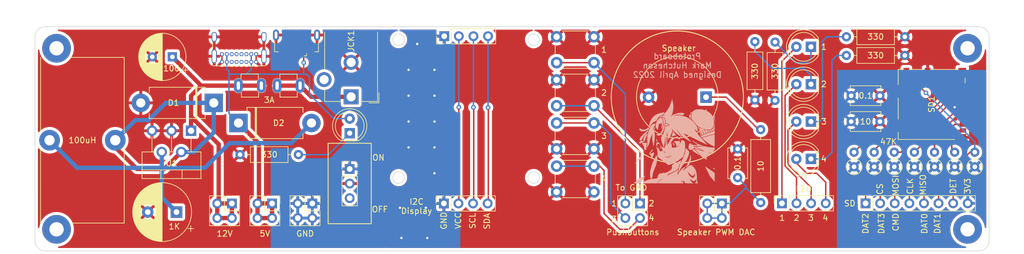
<source format=kicad_pcb>
(kicad_pcb (version 20211014) (generator pcbnew)
  (layers (0 "F.Cu" signal) (31 "B.Cu" signal) (34 "B.Paste" user) (35 "F.Paste" user) (36 "B.SilkS" user "B.Silkscreen") (37 "F.SilkS" user "F.Silkscreen") (38 "B.Mask" user) (39 "F.Mask" user) (44 "Edge.Cuts" user))
  (net 0 "")
  (net 1 "/3V3")
  (net 2 "/GND")
  (net 3 "/SD_DAT2")
  (net 4 "/SD_CS")
  (net 5 "/SD_MOSI")
  (net 6 "/SD_CLK")
  (net 7 "/SD_MISO")
  (net 8 "/SD_DAT1")
  (net 9 "/SD_DET")
  (net 10 "Net-(D1-Pad1)")
  (net 11 "Net-(J2-Pad2)")
  (net 12 "Net-(J2-Pad3)")
  (net 13 "Net-(J2-Pad4)")
  (net 14 "Net-(J2-Pad1)")
  (net 15 "Net-(F1-Pad1)")
  (net 16 "Net-(J4-Pad1)")
  (net 17 "Net-(J4-Pad3)")
  (net 18 "/SPKR_PWM")
  (net 19 "/SPKR_+")
  (net 20 "Net-(J4-Pad4)")
  (net 21 "Net-(J4-Pad2)")
  (net 22 "Net-(LED1-Pad1)")
  (net 23 "Net-(LED2-Pad1)")
  (net 24 "/DISP_VCC")
  (net 25 "/DISP_SCL")
  (net 26 "/DISP_SDA")
  (net 38 "/12V")
  (net 40 "Net-(LED3-Pad1)")
  (net 41 "/GND_SWITCHED")
  (net 42 "/5V")
  (net 44 "Net-(L1-Pad2)")
  (net 45 "Net-(LED4-Pad1)")
  (net 46 "Net-(LED5-Pad1)")
  (footprint "Button_Switch_THT:SW_PUSH_6mm_H7.3mm" (layer "F.Cu") (at 151.5 92.5)
    (fp_text reference "SW4" hide)
    (fp_text value "SW_DIP_x01")
  )
  (footprint "Resistor_THT:R_Axial_DIN0207_L6.3mm_D2.5mm_P2.54mm_Vertical" (layer "F.Cu") (at 203.25 100.12 90)
    (fp_text reference "R1" hide)
    (fp_text value "47K")
  )
  (footprint "Connector_PinSocket_2.54mm:PinSocket_1x04_P2.54mm_Vertical" (layer "F.Cu") (at 190.7 106.475 90)
    (fp_text reference "J2" hide)
    (fp_text value "Conn_01x04")
  )
  (footprint "Button_Switch_THT:SW_PUSH_6mm_H7.3mm" (layer "F.Cu") (at 151.5 77.5)
    (fp_text reference "SW2" hide)
    (fp_text value "SW_DIP_x01")
  )
  (footprint "Resistor_THT:R_Axial_DIN0207_L6.3mm_D2.5mm_P10.16mm_Horizontal" (layer "F.Cu") (at 189.5 88.58 90)
    (fp_text reference "R8" hide)
    (fp_text value "330")
  )
  (footprint "Connector_USB:USB_Micro-B_GCT_USB3076-30-A" (layer "F.Cu") (at 106.25 78.4 180)
    (fp_text reference "J8" hide)
    (fp_text value "USB_B_Micro")
  )
  (footprint "Connector_USB:USB_C_Receptacle_GCT_USB4085" (layer "F.Cu") (at 99.225 81.875 180)
    (fp_text reference "J7" hide)
    (fp_text value "USB_C_Receptacle")
  )
  (footprint "LED_THT:LED_D5.0mm" (layer "F.Cu") (at 195.75 85.75 180)
    (fp_text reference "LED2" hide)
    (fp_text value "LED")
  )
  (footprint "Connector_PinSocket_2.54mm:PinSocket_2x02_P2.54mm_Vertical" (layer "F.Cu") (at 166 106.5)
    (fp_text reference "J4" hide)
    (fp_text value "Conn_02x02_Counter_Clockwise")
  )
  (footprint "Capacitor_THT:CP_Radial_D8.0mm_P3.50mm" (layer "F.Cu") (at 84.652651 81 180)
    (fp_text reference "C4" hide)
    (fp_text value "100uF")
  )
  (footprint "Resistor_THT:R_Axial_DIN0207_L6.3mm_D2.5mm_P2.54mm_Vertical" (layer "F.Cu") (at 206.75 100.12 90)
    (fp_text reference "R2" hide)
    (fp_text value "47K")
  )
  (footprint "Diode_THT:D_DO-201AD_P12.70mm_Horizontal" (layer "F.Cu") (at 96.15 92.5)
    (fp_text reference "D2")
    (fp_text value "1N5822")
  )
  (footprint "MountingHole:MountingHole_2.5mm_Pad" (layer "F.Cu") (at 223 79.5)
    (fp_text reference "REF**" hide)
    (fp_text value "MountingHole_2.5mm_Pad")
  )
  (footprint "Connector_PinHeader_2.54mm:PinHeader_1x03_P2.54mm_Vertical" (layer "F.Cu") (at 115.5 100.5)
    (fp_text reference "SW5" hide)
    (fp_text value "SW_SPDT")
  )
  (footprint "Capacitor_THT:C_Disc_D5.1mm_W3.2mm_P5.00mm" (layer "F.Cu") (at 202.75 92.25)
    (fp_text reference "C1" hide)
    (fp_text value "10uF")
  )
  (footprint "MountingHole:MountingHole_2.5mm_Pad" (layer "F.Cu") (at 64.5 79.5)
    (fp_text reference "REF**" hide)
    (fp_text value "MountingHole_2.5mm_Pad")
  )
  (footprint "Resistor_THT:R_Axial_DIN0207_L6.3mm_D2.5mm_P10.16mm_Horizontal" (layer "F.Cu") (at 96.42 98)
    (fp_text reference "R13" hide)
    (fp_text value "330")
  )
  (footprint "Resistor_THT:R_Axial_DIN0207_L6.3mm_D2.5mm_P2.54mm_Vertical" (layer "F.Cu") (at 224.25 100.12 90)
    (fp_text reference "R7" hide)
    (fp_text value "47K")
  )
  (footprint "Button_Switch_THT:SW_PUSH_6mm_H7.3mm" (layer "F.Cu") (at 151.5 100)
    (fp_text reference "SW3" hide)
    (fp_text value "SW_DIP_x01")
  )
  (footprint "LED_THT:LED_D5.0mm" (layer "F.Cu") (at 195.75 92.25 180)
    (fp_text reference "LED3" hide)
    (fp_text value "LED")
  )
  (footprint "Connector_Card:microSD_HC_Molex_104031-0811" (layer "F.Cu") (at 216.75 89.25 -90)
    (fp_text reference "SD1")
    (fp_text value "Micro_SD_Card")
  )
  (footprint "Package_TO_SOT_THT:TO-220-5_P3.4x3.7mm_StaggerOdd_Lead3.8mm_Vertical" (layer "F.Cu") (at 87.9 93.85 180)
    (fp_text reference "U1")
    (fp_text value "LM2576T-5")
  )
  (footprint "Buzzer_Beeper:Buzzer_D14mm_H7mm_P10mm" (layer "F.Cu") (at 177.5 88 180)
    (fp_text reference "LS1" hide)
    (fp_text value "Speaker")
  )
  (footprint "MountingHole:MountingHole_2.5mm_Pad" (layer "F.Cu") (at 223 111)
    (fp_text reference "REF**" hide)
    (fp_text value "MountingHole_2.5mm_Pad")
  )
  (footprint "Connector_PinSocket_2.54mm:PinSocket_2x02_P2.54mm_Vertical" (layer "F.Cu") (at 95 106.5)
    (fp_text reference "J9" hide)
    (fp_text value "12V")
  )
  (footprint "Resistor_THT:R_Axial_DIN0207_L6.3mm_D2.5mm_P2.54mm_Vertical" (layer "F.Cu") (at 213.75 100.12 90)
    (fp_text reference "R4" hide)
    (fp_text value "47K")
  )
  (footprint "Connector_PinSocket_2.54mm:PinSocket_2x02_P2.54mm_Vertical" (layer "F.Cu") (at 102 106.5)
    (fp_text reference "J10" hide)
    (fp_text value "5V")
  )
  (footprint "Resistor_THT:R_Axial_DIN0207_L6.3mm_D2.5mm_P2.54mm_Vertical" (layer "F.Cu") (at 220.75 100.12 90)
    (fp_text reference "R6" hide)
    (fp_text value "47K")
  )
  (footprint "Diode_THT:D_DO-201AD_P12.70mm_Horizontal" (layer "F.Cu") (at 91.85 89 180)
    (fp_text reference "D1")
    (fp_text value "1N5822")
  )
  (footprint "Connector_PinSocket_2.54mm:PinSocket_2x02_P2.54mm_Vertical" (layer "F.Cu") (at 180.25 106.5)
    (fp_text reference "J3" hide)
    (fp_text value "Conn_02x02_Counter_Clockwise")
  )
  (footprint "Resistor_THT:R_Axial_DIN0207_L6.3mm_D2.5mm_P10.16mm_Horizontal" (layer "F.Cu") (at 186 88.5 90)
    (fp_text reference "R9" hide)
    (fp_text value "330")
  )
  (footprint "Resistor_THT:R_Axial_DIN0207_L6.3mm_D2.5mm_P2.54mm_Vertical" (layer "F.Cu") (at 217.25 100.12 90)
    (fp_text reference "R5" hide)
    (fp_text value "47K")
  )
  (footprint "Connector_PinSocket_2.54mm:PinSocket_1x04_P2.54mm_Vertical" (layer "F.Cu") (at 131.88 106.5 90)
    (fp_text reference "J6" hide)
    (fp_text value "Conn_01x04")
  )
  (footprint "LED_THT:LED_D5.0mm" (layer "F.Cu") (at 195.75 79.25 180)
    (fp_text reference "LED1" hide)
    (fp_text value "LED")
  )
  (footprint "Connector_PinSocket_2.54mm:PinSocket_1x08_P2.54mm_Vertical" (layer "F.Cu") (at 205.25 106.475 90)
    (fp_text reference "J1" hide)
    (fp_text value "SD_PINS")
  )
  (footprint "Library:FuseHolder_3.5x9.75mm" (layer "F.Cu") (at 101.5 86 180)
    (fp_text reference "F1" hide)
    (fp_text value "3A")
  )
  (footprint "Resistor_THT:R_Axial_DIN0207_L6.3mm_D2.5mm_P10.16mm_Horizontal" (layer "F.Cu") (at 212.08 77.5 180)
    (fp_text reference "R10" hide)
    (fp_text value "330")
  )
  (footprint "Resistor_THT:R_Axial_DIN0207_L6.3mm_D2.5mm_P2.54mm_Vertical" (layer "F.Cu") (at 210.25 100.12 90)
    (fp_text reference "R3" hide)
    (fp_text value "47K")
  )
  (footprint "MountingHole:MountingHole_2.5mm_Pad" (layer "F.Cu") (at 64.5 111)
    (fp_text reference "REF**" hide)
    (fp_text value "MountingHole_2.5mm_Pad")
  )
  (footprint "LED_THT:LED_D5.0mm" (layer "F.Cu") (at 195.75 98.75 180)
    (fp_text reference "LED4" hide)
    (fp_text value "LED")
  )
  (footprint "Button_Switch_THT:SW_PUSH_6mm_H7.3mm" (layer "F.Cu") (at 151.5 85)
    (fp_text reference "SW1" hide)
    (fp_text value "SW_DIP_x01")
  )
  (footprint "Inductor_THT:L_Toroid_Vertical_L28.6mm_W14.3mm_P11.43mm_Bourns_5700" (layer "F.Cu") (at 74.715 95.5 -90)
    (fp_text reference "L1" hide)
    (fp_text value "100uH")
  )
  (footprint "Capacitor_THT:C_Disc_D5.1mm_W3.2mm_P5.00mm" (layer "F.Cu") (at 183 102 90)
    (fp_text reference "C3" hide)
    (fp_text value "0.1uF")
  )
  (footprint "LED_THT:LED_D5.0mm" (layer "F.Cu") (at 115.5 94.275 90)
    (fp_text reference "LED5" hide)
    (fp_text value "LED")
  )
  (footprint "Connector_PinHeader_2.54mm:PinHeader_1x04_P2.54mm_Vertical" (layer "F.Cu") (at 131.95 77.4 90)
    (fp_text reference "J5" hide)
    (fp_text value "Conn_01x04")
  )
  (footprint "Resistor_THT:R_Axial_DIN0309_L9.0mm_D3.2mm_P12.70mm_Horizontal" (layer "F.Cu") (at 187 106.35 90)
    (fp_text reference "R12" hide)
    (fp_text value "10K")
  )
  (footprint "Connector_PinSocket_2.54mm:PinSocket_2x02_P2.54mm_Vertical" (layer "F.Cu") (at 109 106.5)
    (fp_text reference "J11" hide)
    (fp_text value "GND")
  )
  (footprint "Connector_BarrelJack:BarrelJack_CUI_PJ-102AH_Horizontal" (layer "F.Cu") (at 115.75 87.95 180)
    (fp_text reference "JCK1")
    (fp_text value "Barrel_Jack_Switch")
  )
  (footprint "Capacitor_THT:CP_Radial_D10.0mm_P5.00mm" (layer "F.Cu") (at 85.367677 108 180)
    (fp_text reference "C5" hide)
    (fp_text value "1000uF")
  )
  (footprint "Resistor_THT:R_Axial_DIN0207_L6.3mm_D2.5mm_P10.16mm_Horizontal" (layer "F.Cu") (at 212.08 80.75 180)
    (fp_text reference "R11" hide)
    (fp_text value "330")
  )
  (footprint "Capacitor_THT:C_Disc_D5.1mm_W3.2mm_P5.00mm" (layer "F.Cu") (at 202.75 87.75)
    (fp_text reference "C2" hide)
    (fp_text value "0.1uF")
  )
  (footprint "LOGO" (layer "B.Cu") (at 171.5 95.5 180)
    (fp_text reference "G***" hide)
    (fp_text value "LOGO" hide)
  )
  (gr_rect (start 111.75 96.025) (end 119.25 110.025) (layer "F.SilkS") (width 0.15) (fill none))
  (gr_circle (center 172.5 88) (end 184 88) (layer "F.SilkS") (width 0.15) (fill none))
  (gr_arc (start 60.75 77.5) (mid 61.262563 76.262563) (end 62.5 75.75) (layer "Edge.Cuts") (width 0.1))
  (gr_arc (start 226.75 113) (mid 226.237437 114.237437) (end 225 114.75) (layer "Edge.Cuts") (width 0.1))
  (gr_circle (center 124 78) (end 125 78) (layer "Edge.Cuts") (width 0.1) (fill none))
  (gr_circle (center 147.5 102) (end 148.5 102) (layer "Edge.Cuts") (width 0.1) (fill none))
  (gr_arc (start 225 75.75) (mid 226.237437 76.262563) (end 226.75 77.5) (layer "Edge.Cuts") (width 0.1))
  (gr_circle (center 124 102) (end 125 102) (layer "Edge.Cuts") (width 0.1) (fill none))
  (gr_arc (start 62.5 114.75) (mid 61.262563 114.237437) (end 60.75 113) (layer "Edge.Cuts") (width 0.1))
  (gr_line (start 62.5 114.75) (end 225 114.75) (layer "Edge.Cuts") (width 0.1))
  (gr_circle (center 147.5 78) (end 148.5 78) (layer "Edge.Cuts") (width 0.1) (fill none))
  (gr_line (start 226.75 113) (end 226.75 77.5) (layer "Edge.Cuts") (width 0.1))
  (gr_line (start 225 75.75) (end 62.5 75.75) (layer "Edge.Cuts") (width 0.1))
  (gr_line (start 60.75 77.5) (end 60.75 113) (layer "Edge.Cuts") (width 0.1))
  (gr_text "Protoboard\nMark Hutcheson\nDesigned April 2022" (at 172.5 82.5) (layer "B.SilkS") (effects (font (size 1 1)) (justify mirror)))
  (gr_text "LED" (at 194.5 104) (layer "F.SilkS") (effects (font (size 1 1))))
  (gr_text "1K" (at 85 110.5) (layer "F.SilkS") (effects (font (size 1 1))))
  (gr_text "VCC" (at 134.38 109.5 90) (layer "F.SilkS") (effects (font (size 1 1))))
  (gr_text "12V" (at 93.75 111.75) (layer "F.SilkS") (effects (font (size 1 1))))
  (gr_text "OFF" (at 120.75 107.525) (layer "F.SilkS") (effects (font (size 1 1))))
  (gr_text "1" (at 190.75 109) (layer "F.SilkS") (effects (font (size 1 1))))
  (gr_text "10" (at 205.25 92.25) (layer "F.SilkS") (effects (font (size 1 1))))
  (gr_text "1" (at 161.5 106.5) (layer "F.SilkS") (effects (font (size 1 1))))
  (gr_text "4" (at 198.25 109) (layer "F.SilkS") (effects (font (size 1 1))))
  (gr_text "CLK" (at 213 103.5 90) (layer "F.SilkS") (effects (font (size 1 1))))
  (gr_text "4" (at 168 109) (layer "F.SilkS") (effects (font (size 1 1))))
  (gr_text "CS\n" (at 207.75 104 90) (layer "F.SilkS") (effects (font (size 1 1))))
  (gr_text "DAT2" (at 205.25 110 90) (layer "F.SilkS") (effects (font (size 1 1))))
  (gr_text "330" (at 186 83.5 90) (layer "F.SilkS") (effects (font (size 1 1))))
  (gr_text "DAT0" (at 215.5 110 90) (layer "F.SilkS") (effects (font (size 1 1))))
  (gr_text "330" (at 207 77.5) (layer "F.SilkS") (effects (font (size 1 1))))
  (gr_text "ON" (at 120.5 98.525) (layer "F.SilkS") (effects (font (size 1 1))))
  (gr_text "330" (at 189.5 83.5 90) (layer "F.SilkS") (effects (font (size 1 1))))
  (gr_text "3A" (at 101.5 88.5) (layer "F.SilkS") (effects (font (size 1 1))))
  (gr_text "I2C\nDisplay" (at 127.13 107) (layer "F.SilkS") (effects (font (size 1 1))))
  (gr_text "2" (at 168 106.5) (layer "F.SilkS") (effects (font (size 1 1))))
  (gr_text "GND" (at 131.88 109.5 90) (layer "F.SilkS") (effects (font (size 1 1))))
  (gr_text "To GND" (at 164.5 103.75) (layer "F.SilkS") (effects (font (size 1 1))))
  (gr_text "GND" (at 107.75 111.75) (layer "F.SilkS") (effects (font (size 1 1))))
  (gr_text "SD" (at 202.5 106.5) (layer "F.SilkS") (effects (font (size 1 1))))
  (gr_text "3" (at 161.5 109.25) (layer "F.SilkS") (effects (font (size 1 1))))
  (gr_text "4" (at 159.75 102.25) (layer "F.SilkS") (effects (font (size 1 1))))
  (gr_text "330" (at 207 80.75) (layer "F.SilkS") (effects (font (size 1 1))))
  (gr_text "1" (at 198 79.25) (layer "F.SilkS") (effects (font (size 1 1))))
  (gr_text "4" (at 198 98.75) (layer "F.SilkS") (effects (font (size 1 1))))
  (gr_text "MISO\n" (at 215.25 103.25 90) (layer "F.SilkS") (effects (font (size 1 1))))
  (gr_text "Pushbuttons" (at 164.75 111.5) (layer "F.SilkS") (effects (font (size 1 1))))
  (gr_text "SDA" (at 139.38 109.6 90) (layer "F.SilkS") (effects (font (size 1 1))))
  (gr_text "1" (at 159.75 79.75) (layer "F.SilkS") (effects (font (size 1 1))))
  (gr_text "0.1" (at 205.25 87.75) (layer "F.SilkS") (effects (font (size 1 1))))
  (gr_text "Speaker PWM DAC" (at 179.25 111.5) (layer "F.SilkS") (effects (font (size 1 1))))
  (gr_text "DAT3" (at 208 110 90) (layer "F.SilkS") (effects (font (size 1 1))))
  (gr_text "5V" (at 100.75 111.75) (layer "F.SilkS") (effects (font (size 1 1))))
  (gr_text "DET" (at 220.5 103.5 90) (layer "F.SilkS") (effects (font (size 1 1))))
  (gr_text "10" (at 187 100 90) (layer "F.SilkS") (effects (font (size 1 1))))
  (gr_text "3V3" (at 223 103.5 90) (layer "F.SilkS") (effects (font (size 1 1))))
  (gr_text "330" (at 101.5 98) (layer "F.SilkS") (effects (font (size 1 1))))
  (gr_text "2" (at 159.75 87.25) (layer "F.SilkS") (effects (font (size 1 1))))
  (gr_text "47K" (at 209.25 95.75) (layer "F.SilkS") (effects (font (size 1 1))))
  (gr_text "Speaker" (at 172.75 79.5) (layer "F.SilkS") (effects (font (size 1 1))))
  (gr_text "100" (at 84.5 83) (layer "F.SilkS") (effects (font (size 1 1))))
  (gr_text "2" (at 198 85.75) (layer "F.SilkS") (effects (font (size 1 1))))
  (gr_text "SCL" (at 136.88 109.52 90) (layer "F.SilkS") (effects (font (size 1 1))))
  (gr_text "2" (at 193.25 109) (layer "F.SilkS") (effects (font (size 1 1))))
  (gr_text "3" (at 195.75 109) (layer "F.SilkS") (effects (font (size 1 1))))
  (gr_text "3" (at 198 92.25) (layer "F.SilkS") (effects (font (size 1 1))))
  (gr_text "0.1" (at 183 99.5 90) (layer "F.SilkS") (effects (font (size 1 1))))
  (gr_text "CMD" (at 210.5 109.75 90) (layer "F.SilkS") (effects (font (size 1 1))))
  (gr_text "3" (at 159.75 94.75) (layer "F.SilkS") (effects (font (size 1 1))))
  (gr_text "MOSI" (at 210.5 103.35 90) (layer "F.SilkS") (effects (font (size 1 1))))
  (gr_text "DAT1" (at 217.75 110 90) (layer "F.SilkS") (effects (font (size 1 1))))
  (segment (start 221.055 89.445) (end 220.75 89.75) (width 0.25) (layer "F.Cu") (net 1))
  (segment (start 222.2 89.445) (end 221.055 89.445) (width 0.25) (layer "F.Cu") (net 1))
  (via (at 220.75 89.75) (size 0.8) (drill 0.4) (layers "F.Cu" "B.Cu") (net 1))
  (via (at 124.5 112.5) (size 0.8) (drill 0.4) (layers "F.Cu" "B.Cu") (net 2))
  (via (at 125.75 87.75) (size 0.8) (drill 0.4) (layers "F.Cu" "B.Cu") (net 2))
  (via (at 127.25 78.75) (size 0.8) (drill 0.4) (layers "F.Cu" "B.Cu") (net 2))
  (via (at 124.25 107.25) (size 0.8) (drill 0.4) (layers "F.Cu" "B.Cu") (net 2))
  (via (at 130.25 101.25) (size 0.8) (drill 0.4) (layers "F.Cu" "B.Cu") (net 2))
  (via (at 125.75 96.75) (size 0.8) (drill 0.4) (layers "F.Cu" "B.Cu") (net 2))
  (via (at 125.75 83.25) (size 0.8) (drill 0.4) (layers "F.Cu" "B.Cu") (net 2))
  (via (at 128.75 107.25) (size 0.8) (drill 0.4) (layers "F.Cu" "B.Cu") (net 2))
  (via (at 129 112.5) (size 0.8) (drill 0.4) (layers "F.Cu" "B.Cu") (net 2))
  (via (at 130.25 83.25) (size 0.8) (drill 0.4) (layers "F.Cu" "B.Cu") (net 2))
  (via (at 130.25 87.75) (size 0.8) (drill 0.4) (layers "F.Cu" "B.Cu") (net 2))
  (via (at 130.25 96.75) (size 0.8) (drill 0.4) (layers "F.Cu" "B.Cu") (net 2))
  (via (at 130.25 92.25) (size 0.8) (drill 0.4) (layers "F.Cu" "B.Cu") (net 2))
  (via (at 125.75 92.25) (size 0.8) (drill 0.4) (layers "F.Cu" "B.Cu") (net 2))
  (segment (start 205.25 96.33) (end 205.25 106.475) (width 0.25) (layer "F.Cu") (net 3))
  (segment (start 204.875 95.955) (end 205.25 96.33) (width 0.25) (layer "F.Cu") (net 3))
  (segment (start 211.75 95.25) (end 205.58 95.25) (width 0.25) (layer "F.Cu") (net 3))
  (segment (start 205.58 95.25) (end 204.915 95.915) (width 0.25) (layer "F.Cu") (net 3))
  (segment (start 222.2 86.145) (end 220.855 86.145) (width 0.25) (layer "F.Cu") (net 3))
  (segment (start 204.915 95.915) (end 204.875 95.955) (width 0.25) (layer "F.Cu") (net 3))
  (segment (start 220.855 86.145) (end 211.75 95.25) (width 0.25) (layer "F.Cu") (net 3))
  (segment (start 204.915 95.915) (end 203.25 97.58) (width 0.25) (layer "F.Cu") (net 3))
  (segment (start 206.75 97.25) (end 206.75 97.58) (width 0.25) (layer "F.Cu") (net 4))
  (segment (start 220.755 87.245) (end 211.75 96.25) (width 0.25) (layer "F.Cu") (net 4))
  (segment (start 208.25 103.265) (end 207.79 103.725) (width 0.25) (layer "F.Cu") (net 4))
  (segment (start 211.75 96.25) (end 208.25 96.25) (width 0.25) (layer "F.Cu") (net 4))
  (segment (start 207.75 96.25) (end 206.75 97.25) (width 0.25) (layer "F.Cu") (net 4))
  (segment (start 222.2 87.245) (end 220.755 87.245) (width 0.25) (layer "F.Cu") (net 4))
  (segment (start 208.25 96.25) (end 207.75 96.25) (width 0.25) (layer "F.Cu") (net 4))
  (segment (start 208.25 96.25) (end 208.25 103.265) (width 0.25) (layer "F.Cu") (net 4))
  (segment (start 207.79 103.725) (end 207.79 106.475) (width 0.25) (layer "F.Cu") (net 4))
  (segment (start 211.75 97.25) (end 211.42 97.58) (width 0.25) (layer "F.Cu") (net 5))
  (segment (start 210.33 103.725) (end 210.33 106.475) (width 0.25) (layer "F.Cu") (net 5))
  (segment (start 211.75 97.25) (end 211.75 102.305) (width 0.25) (layer "F.Cu") (net 5))
  (segment (start 211.75 102.305) (end 210.33 103.725) (width 0.25) (layer "F.Cu") (net 5))
  (segment (start 211.42 97.58) (end 210.25 97.58) (width 0.25) (layer "F.Cu") (net 5))
  (segment (start 222.2 88.345) (end 220.655 88.345) (width 0.25) (layer "F.Cu") (net 5))
  (segment (start 220.655 88.345) (end 211.75 97.25) (width 0.25) (layer "F.Cu") (net 5))
  (segment (start 222.2 90.545) (end 220.785 90.545) (width 0.25) (layer "F.Cu") (net 6))
  (segment (start 215.165 96.165) (end 215.165 101.43) (width 0.25) (layer "F.Cu") (net 6))
  (segment (start 215.165 101.43) (end 212.87 103.725) (width 0.25) (layer "F.Cu") (net 6))
  (segment (start 215.165 96.165) (end 213.75 97.58) (width 0.25) (layer "F.Cu") (net 6))
  (segment (start 220.785 90.545) (end 215.165 96.165) (width 0.25) (layer "F.Cu") (net 6))
  (segment (start 212.87 103.725) (end 212.87 106.475) (width 0.25) (layer "F.Cu") (net 6))
  (segment (start 215.41 103.725) (end 215.41 106.475) (width 0.25) (layer "F.Cu") (net 7))
  (segment (start 215.75 103.385) (end 215.41 103.725) (width 0.25) (layer "F.Cu") (net 7))
  (segment (start 217.25 96.25) (end 216.25 96.25) (width 0.25) (layer "F.Cu") (net 7))
  (segment (start 216.25 96.25) (end 215.75 96.75) (width 0.25) (layer "F.Cu") (net 7))
  (segment (start 217.25 96.25) (end 217.25 97.58) (width 0.25) (layer "F.Cu") (net 7))
  (segment (start 222.2 92.745) (end 220.755 92.745) (width 0.25) (layer "F.Cu") (net 7))
  (segment (start 220.755 92.745) (end 217.25 96.25) (width 0.25) (layer "F.Cu") (net 7))
  (segment (start 215.75 96.75) (end 215.75 103.385) (width 0.25) (layer "F.Cu") (net 7))
  (segment (start 220.25 97.08) (end 220.75 97.58) (width 0.25) (layer "F.Cu") (net 8))
  (segment (start 220.705 93.795) (end 220.25 94.25) (width 0.25) (layer "F.Cu") (net 8))
  (segment (start 220.25 95.75) (end 219.25 96.75) (width 0.25) (layer "F.Cu") (net 8))
  (segment (start 222.2 93.795) (end 220.705 93.795) (width 0.25) (layer "F.Cu") (net 8))
  (segment (start 220.25 94.25) (end 220.25 95.75) (width 0.25) (layer "F.Cu") (net 8))
  (segment (start 217.95 103.55) (end 217.95 106.475) (width 0.25) (layer "F.Cu") (net 8))
  (segment (start 219.25 102.25) (end 217.95 103.55) (width 0.25) (layer "F.Cu") (net 8))
  (segment (start 220.25 95.75) (end 220.25 97.08) (width 0.25) (layer "F.Cu") (net 8))
  (segment (start 219.25 96.75) (end 219.25 102.25) (width 0.25) (layer "F.Cu") (net 8))
  (segment (start 212.35 83.51) (end 212.35 83.85) (width 0.25) (layer "F.Cu") (net 9))
  (segment (start 222.25 98.75) (end 222.25 101.75) (width 0.25) (layer "F.Cu") (net 9))
  (segment (start 224.25 97.58) (end 223.42 97.58) (width 0.25) (layer "F.Cu") (net 9))
  (segment (start 220.49 103.51) (end 220.49 106.475) (width 0.25) (layer "F.Cu") (net 9))
  (segment (start 222.25 101.75) (end 220.49 103.51) (width 0.25) (layer "F.Cu") (net 9))
  (segment (start 223.42 97.58) (end 222.25 98.75) (width 0.25) (layer "F.Cu") (net 9))
  (segment (start 212.35 83.85) (end 215.75 87.25) (width 0.25) (layer "F.Cu") (net 9))
  (via (at 215.75 87.25) (size 0.8) (drill 0.4) (layers "F.Cu" "B.Cu") (net 9))
  (segment (start 215.75 87.25) (end 224.25 95.75) (width 0.25) (layer "B.Cu") (net 9))
  (segment (start 224.25 95.75) (end 224.25 97.58) (width 0.25) (layer "B.Cu") (net 9))
  (segment (start 74.715 95.5) (end 74.715 96.715) (width 0.75) (layer "F.Cu") (net 10))
  (segment (start 78.5 100.5) (end 83.25 100.5) (width 0.75) (layer "F.Cu") (net 10))
  (segment (start 83.25 100.5) (end 86.2 97.55) (width 0.75) (layer "F.Cu") (net 10))
  (segment (start 74.715 96.715) (end 78.5 100.5) (width 0.75) (layer "F.Cu") (net 10))
  (segment (start 80.5 92) (end 83.5 89) (width 0.75) (layer "B.Cu") (net 10))
  (segment (start 91.85 94.15) (end 91.85 89) (width 0.75) (layer "B.Cu") (net 10))
  (segment (start 88.45 97.55) (end 91.85 94.15) (width 0.75) (layer "B.Cu") (net 10))
  (segment (start 74.715 95.5) (end 78.215 92) (width 0.75) (layer "B.Cu") (net 10))
  (segment (start 78.215 92) (end 80.5 92) (width 0.75) (layer "B.Cu") (net 10))
  (segment (start 83.5 89) (end 91.85 89) (width 0.75) (layer "B.Cu") (net 10))
  (segment (start 86.2 97.55) (end 88.45 97.55) (width 0.75) (layer "B.Cu") (net 10))
  (segment (start 193.21 85.75) (end 191.25 87.71) (width 0.25) (layer "F.Cu") (net 11))
  (segment (start 193.24 101.99) (end 193.24 106.475) (width 0.25) (layer "F.Cu") (net 11))
  (segment (start 191.25 100) (end 193.24 101.99) (width 0.25) (layer "F.Cu") (net 11))
  (segment (start 191.25 87.71) (end 191.25 100) (width 0.25) (layer "F.Cu") (net 11))
  (segment (start 195.78 103.725) (end 191.75 99.695) (width 0.25) (layer "F.Cu") (net 12))
  (segment (start 191.75 93.71) (end 193.21 92.25) (width 0.25) (layer "F.Cu") (net 12))
  (segment (start 195.78 103.725) (end 195.78 106.475) (width 0.25) (layer "F.Cu") (net 12))
  (segment (start 191.75 99.695) (end 191.75 93.71) (width 0.25) (layer "F.Cu") (net 12))
  (segment (start 198.32 102.82) (end 198.32 106.475) (width 0.25) (layer "F.Cu") (net 13))
  (segment (start 196.75 101.25) (end 198.32 102.82) (width 0.25) (layer "F.Cu") (net 13))
  (segment (start 193.21 98.75) (end 193.21 99.46) (width 0.25) (layer "F.Cu") (net 13))
  (segment (start 195 101.25) (end 196.75 101.25) (width 0.25) (layer "F.Cu") (net 13))
  (segment (start 193.21 99.46) (end 195 101.25) (width 0.25) (layer "F.Cu") (net 13))
  (segment (start 190.7 81.76) (end 190.7 106.475) (width 0.25) (layer "F.Cu") (net 14))
  (segment (start 193.21 79.25) (end 190.7 81.76) (width 0.25) (layer "F.Cu") (net 14))
  (segment (start 108.825 87.95) (end 106.875 86) (width 0.75) (layer "F.Cu") (net 15))
  (segment (start 106.875 86) (end 102.875 86) (width 0.75) (layer "F.Cu") (net 15))
  (segment (start 115.75 87.95) (end 108.825 87.95) (width 0.75) (layer "F.Cu") (net 15))
  (segment (start 158 89.5) (end 166 97.5) (width 0.25) (layer "F.Cu") (net 16))
  (segment (start 166 97.5) (end 166 106.5) (width 0.25) (layer "F.Cu") (net 16))
  (segment (start 158 89.5) (end 151.5 89.5) (width 0.25) (layer "B.Cu") (net 16))
  (segment (start 159.75 108.25) (end 162.5 111) (width 0.25) (layer "F.Cu") (net 17))
  (segment (start 162.5 111) (end 164.04 111) (width 0.25) (layer "F.Cu") (net 17))
  (segment (start 159.75 100.75) (end 159.75 108.25) (width 0.25) (layer "F.Cu") (net 17))
  (segment (start 158 100) (end 159 100) (width 0.25) (layer "F.Cu") (net 17))
  (segment (start 164.04 111) (end 166 109.04) (width 0.25) (layer "F.Cu") (net 17))
  (segment (start 159 100) (end 159.75 100.75) (width 0.25) (layer "F.Cu") (net 17))
  (segment (start 158 100) (end 151.5 100) (width 0.25) (layer "B.Cu") (net 17))
  (segment (start 184.4 103.75) (end 187 106.35) (width 0.25) (layer "B.Cu") (net 18))
  (segment (start 184.4 103.75) (end 181.65 106.5) (width 0.25) (layer "B.Cu") (net 18))
  (segment (start 177.71 106.5) (end 180.25 106.5) (width 0.25) (layer "B.Cu") (net 18))
  (segment (start 184.4 103.75) (end 184.4 103.4) (width 0.25) (layer "B.Cu") (net 18))
  (segment (start 180.25 109.04) (end 177.71 109.04) (width 0.25) (layer "B.Cu") (net 18))
  (segment (start 180.25 106.5) (end 180.25 109.04) (width 0.25) (layer "B.Cu") (net 18))
  (segment (start 184.4 103.4) (end 183 102) (width 0.25) (layer "B.Cu") (net 18))
  (segment (start 181.65 106.5) (end 180.25 106.5) (width 0.25) (layer "B.Cu") (net 18))
  (segment (start 177.71 109.04) (end 177.71 106.5) (width 0.25) (layer "B.Cu") (net 18))
  (segment (start 181 88) (end 177.5 88) (width 0.25) (layer "F.Cu") (net 19))
  (segment (start 187 93.65) (end 186.65 93.65) (width 0.25) (layer "F.Cu") (net 19))
  (segment (start 186.65 93.65) (end 181 88) (width 0.25) (layer "F.Cu") (net 19))
  (segment (start 158 92.5) (end 151.5 92.5) (width 0.25) (layer "F.Cu") (net 20))
  (segment (start 158.84 92.5) (end 160.92 94.58) (width 0.25) (layer "B.Cu") (net 20))
  (segment (start 160.92 94.58) (end 160.92 106.5) (width 0.25) (layer "B.Cu") (net 20))
  (segment (start 158 92.5) (end 158.84 92.5) (width 0.25) (layer "B.Cu") (net 20))
  (segment (start 160.92 106.5) (end 163.46 109.04) (width 0.25) (layer "B.Cu") (net 20))
  (segment (start 158 82) (end 151.5 82) (width 0.25) (layer "F.Cu") (net 21))
  (segment (start 163.46 87.46) (end 163.46 106.5) (width 0.25) (layer "B.Cu") (net 21))
  (segment (start 158 82) (end 163.46 87.46) (width 0.25) (layer "B.Cu") (net 21))
  (segment (start 195 82) (end 193.08 82) (width 0.25) (layer "B.Cu") (net 22))
  (segment (start 195.75 81.25) (end 195 82) (width 0.25) (layer "B.Cu") (net 22))
  (segment (start 193.08 82) (end 189.5 78.42) (width 0.25) (layer "B.Cu") (net 22))
  (segment (start 195.75 79.25) (end 195.75 81.25) (width 0.25) (layer "B.Cu") (net 22))
  (segment (start 195.75 85.75) (end 195.75 84.25) (width 0.25) (layer "B.Cu") (net 23))
  (segment (start 194.5 83) (end 189 83) (width 0.25) (layer "B.Cu") (net 23))
  (segment (start 195.75 84.25) (end 194.5 83) (width 0.25) (layer "B.Cu") (net 23))
  (segment (start 186 80) (end 186 78.34) (width 0.25) (layer "B.Cu") (net 23))
  (segment (start 189 83) (end 186 80) (width 0.25) (layer "B.Cu") (net 23))
  (segment (start 134.49 106.43) (end 134.42 106.5) (width 0.25) (layer "F.Cu") (net 24))
  (segment (start 134.49 89.76) (end 134.49 106.43) (width 0.25) (layer "F.Cu") (net 24))
  (via (at 134.49 89.76) (size 0.8) (drill 0.4) (layers "F.Cu" "B.Cu") (net 24))
  (segment (start 134.49 89.76) (end 134.49 77.4) (width 0.25) (layer "B.Cu") (net 24))
  (segment (start 137.08 106.38) (end 136.96 106.5) (width 0.25) (layer "F.Cu") (net 25))
  (segment (start 137.08 89.83) (end 137.08 106.38) (width 0.25) (layer "F.Cu") (net 25))
  (segment (start 137.03 89.78) (end 137.08 89.83) (width 0.25) (layer "F.Cu") (net 25))
  (via (at 137.03 89.78) (size 0.8) (drill 0.4) (layers "F.Cu" "B.Cu") (net 25))
  (segment (start 137.03 89.78) (end 137.03 77.4) (width 0.25) (layer "B.Cu") (net 25))
  (segment (start 139.62 106.38) (end 139.5 106.5) (width 0.25) (layer "F.Cu") (net 26))
  (segment (start 139.57 89.82) (end 139.62 89.87) (width 0.25) (layer "F.Cu") (net 26))
  (segment (start 139.62 89.87) (end 139.62 106.38) (width 0.25) (layer "F.Cu") (net 26))
  (via (at 139.57 89.82) (size 0.8) (drill 0.4) (layers "F.Cu" "B.Cu") (net 26))
  (segment (start 139.57 89.82) (end 139.57 77.4) (width 0.25) (layer "B.Cu") (net 26))
  (segment (start 89.652651 86) (end 96.125 86) (width 0.75) (layer "F.Cu") (net 38))
  (segment (start 92.46 106.5) (end 95 106.5) (width 0.75) (layer "F.Cu") (net 38))
  (segment (start 87.9 87.752651) (end 89.652651 86) (width 0.75) (layer "F.Cu") (net 38))
  (segment (start 87.9 93.85) (end 87.9 91.4) (width 0.75) (layer "F.Cu") (net 38))
  (segment (start 87.9 91.4) (end 87.9 87.752651) (width 0.75) (layer "F.Cu") (net 38))
  (segment (start 87.9 91.4) (end 92.71 96.21) (width 0.75) (layer "F.Cu") (net 38))
  (segment (start 100.125 86) (end 96.125 86) (width 0.75) (layer "F.Cu") (net 38))
  (segment (start 92.46 109.04) (end 92.46 106.5) (width 0.75) (layer "F.Cu") (net 38))
  (segment (start 92.71 106.25) (end 92.46 106.5) (width 0.75) (layer "F.Cu") (net 38))
  (segment (start 92.71 96.21) (end 92.71 106.25) (width 0.75) (layer "F.Cu") (net 38))
  (segment (start 95 109.04) (end 92.46 109.04) (width 0.75) (layer "F.Cu") (net 38))
  (segment (start 84.652651 81) (end 89.652651 86) (width 0.75) (layer "F.Cu") (net 38))
  (segment (start 95 106.5) (end 95 109.04) (width 0.75) (layer "F.Cu") (net 38))
  (segment (start 197.25 92.25) (end 195.75 92.25) (width 0.25) (layer "B.Cu") (net 40))
  (segment (start 198.5 77.5) (end 201.92 77.5) (width 0.25) (layer "B.Cu") (net 40))
  (segment (start 197.75 91.75) (end 197.25 92.25) (width 0.25) (layer "B.Cu") (net 40))
  (segment (start 197.75 78.25) (end 197.75 91.75) (width 0.25) (layer "B.Cu") (net 40))
  (segment (start 197.75 78.25) (end 198.5 77.5) (width 0.25) (layer "B.Cu") (net 40))
  (segment (start 92.905 80.895) (end 93.275 80.525) (width 0.25) (layer "F.Cu") (net 41))
  (segment (start 99.225 81.875) (end 99.225 80.525) (width 0.25) (layer "F.Cu") (net 41))
  (segment (start 91.925 80.895) (end 92.905 80.895) (width 0.25) (layer "F.Cu") (net 41))
  (segment (start 104.35 79.85) (end 104.95 79.85) (width 0.25) (layer "F.Cu") (net 41))
  (segment (start 99.595 80.895) (end 99.225 80.525) (width 0.25) (layer "F.Cu") (net 41))
  (segment (start 93.275 81.875) (end 93.275 80.525) (width 0.25) (layer "F.Cu") (net 41))
  (segment (start 103.93 78.395) (end 105.125 77.2) (width 0.25) (layer "F.Cu") (net 41))
  (segment (start 108.57 78.395) (end 107.375 77.2) (width 0.25) (layer "F.Cu") (net 41))
  (segment (start 108.57 79.43) (end 108.57 78.395) (width 0.25) (layer "F.Cu") (net 41))
  (segment (start 100.575 80.895) (end 99.595 80.895) (width 0.25) (layer "F.Cu") (net 41))
  (segment (start 103.93 79.43) (end 103.93 78.395) (width 0.25) (layer "F.Cu") (net 41))
  (segment (start 103.93 79.43) (end 104.35 79.85) (width 0.25) (layer "F.Cu") (net 41))
  (segment (start 102 109.04) (end 102 106.5) (width 0.75) (layer "F.Cu") (net 42))
  (segment (start 99.71 96.06) (end 99.71 106.25) (width 0.75) (layer "F.Cu") (net 42))
  (segment (start 107.55 79.85) (end 107.5 79.9) (width 0.25) (layer "F.Cu") (net 42))
  (segment (start 102 106.5) (end 99.46 106.5) (width 0.75) (layer "F.Cu") (net 42))
  (segment (start 99.46 109.04) (end 102 109.04) (width 0.75) (layer "F.Cu") (net 42))
  (segment (start 99.46 106.5) (end 99.46 109.04) (width 0.75) (layer "F.Cu") (net 42))
  (segment (start 96.15 92.5) (end 99.71 96.06) (width 0.75) (layer "F.Cu") (net 42))
  (segment (start 107.5 79.9) (end 107.5 82) (width 0.25) (layer "F.Cu") (net 42))
  (segment (start 99.71 106.25) (end 99.46 106.5) (width 0.75) (layer "F.Cu") (net 42))
  (via (at 107.5 82) (size 0.8) (drill 0.4) (layers "F.Cu" "B.Cu") (net 42))
  (segment (start 94.125 81.875) (end 94.125 80.525) (width 0.25) (layer "B.Cu") (net 42))
  (segment (start 96.15 92.5) (end 94.5 90.85) (width 0.25) (layer "B.Cu") (net 42))
  (segment (start 98.375 83.125) (end 98.375 81.875) (width 0.25) (layer "B.Cu") (net 42))
  (segment (start 108.5 84.5) (end 108 84) (width 0.25) (layer "B.Cu") (net 42))
  (segment (start 112.735 91.735) (end 108.5 87.5) (width 0.25) (layer "B.Cu") (net 42))
  (segment (start 94.125 83.125) (end 94.125 81.875) (width 0.25) (layer "B.Cu") (net 42))
  (segment (start 107.5 82) (end 107.5 84) (width 0.25) (layer "B.Cu") (net 42))
  (segment (start 108 84) (end 107.5 84) (width 0.25) (layer "B.Cu") (net 42))
  (segment (start 94.5 83.5) (end 94.125 83.125) (width 0.25) (layer "B.Cu") (net 42))
  (segment (start 115.5 91.735) (end 112.735 91.735) (width 0.25) (layer "B.Cu") (net 42))
  (segment (start 97.5 84) (end 98.375 83.125) (width 0.25) (layer "B.Cu") (net 42))
  (segment (start 107.5 84) (end 97.5 84) (width 0.25) (layer "B.Cu") (net 42))
  (segment (start 94.5 84) (end 94.5 83.5) (width 0.25) (layer "B.Cu") (net 42))
  (segment (start 108.5 87.5) (end 108.5 84.5) (width 0.25) (layer "B.Cu") (net 42))
  (segment (start 98.375 80.525) (end 98.375 81.875) (width 0.25) (layer "B.Cu") (net 42))
  (segment (start 94.5 90.85) (end 94.5 84) (width 0.25) (layer "B.Cu") (net 42))
  (segment (start 94.5 84) (end 97.5 84) (width 0.25) (layer "B.Cu") (net 42))
  (segment (start 82.8 100.3) (end 90.3 100.3) (width 0.75) (layer "B.Cu") (net 44))
  (segment (start 105.35 96) (end 108.85 92.5) (width 0.75) (layer "B.Cu") (net 44))
  (segment (start 82.8 100.3) (end 68.085 100.3) (width 0.75) (layer "B.Cu") (net 44))
  (segment (start 94.6 96) (end 105.35 96) (width 0.75) (layer "B.Cu") (net 44))
  (segment (start 68.085 100.3) (end 63.285 95.5) (width 0.75) (layer "B.Cu") (net 44))
  (segment (start 85.367677 108) (end 82.8 105.432323) (width 0.75) (layer "B.Cu") (net 44))
  (segment (start 90.3 100.3) (end 94.6 96) (width 0.75) (layer "B.Cu") (net 44))
  (segment (start 82.8 105.432323) (end 82.8 100.3) (width 0.75) (layer "B.Cu") (net 44))
  (segment (start 82.8 100.3) (end 82.8 97.55) (width 0.75) (layer "B.Cu") (net 44))
  (segment (start 199.42 81.58) (end 200.25 80.75) (width 0.25) (layer "B.Cu") (net 45))
  (segment (start 199.42 97.58) (end 199.42 81.58) (width 0.25) (layer "B.Cu") (net 45))
  (segment (start 198.25 98.75) (end 199.42 97.58) (width 0.25) (layer "B.Cu") (net 45))
  (segment (start 195.75 98.75) (end 198.25 98.75) (width 0.25) (layer "B.Cu") (net 45))
  (segment (start 200.25 80.75) (end 201.92 80.75) (width 0.25) (layer "B.Cu") (net 45))
  (segment (start 111.775 98) (end 115.5 94.275) (width 0.25) (layer "B.Cu") (net 46))
  (segment (start 106.58 98) (end 111.775 98) (width 0.25) (layer "B.Cu") (net 46))
  (zone (net 41) (net_name "/GND_SWITCHED") (layer "F.Cu") (connect_pads (clearance 0.508)) (min_thickness 0.254) (fill yes (thermal_gap 0.508) (thermal_bridge_width 0.508))
    (polygon (pts (xy 121.25 114.75) (xy 60.75 114.75) (xy 60.75 75.75) (xy 121.25 75.75)))
  )
  (zone (net 2) (net_name "/GND") (layer "F.Cu") (connect_pads (clearance 0.508)) (min_thickness 0.254) (fill yes (thermal_gap 0.508) (thermal_bridge_width 0.508))
    (polygon (pts (xy 226.75 114.75) (xy 122 114.75) (xy 122 75.75) (xy 226.75 75.75)))
  )
  (zone (net 1) (net_name "/3V3") (layer "B.Cu") (connect_pads (clearance 0.508)) (min_thickness 0.254) (fill yes (thermal_gap 0.508) (thermal_bridge_width 0.508))
    (polygon (pts (xy 226.75 114.75) (xy 200.25 114.75) (xy 200.25 83.25) (xy 226.75 83.25)))
  )
  (zone (net 2) (net_name "/GND") (layer "B.Cu") (connect_pads (clearance 0.508)) (min_thickness 0.254) (fill yes (thermal_gap 0.508) (thermal_bridge_width 0.508))
    (polygon (pts (xy 134.75 114.75) (xy 101.75 114.75) (xy 101.75 75.75) (xy 134.75 75.75)))
  )
)
</source>
